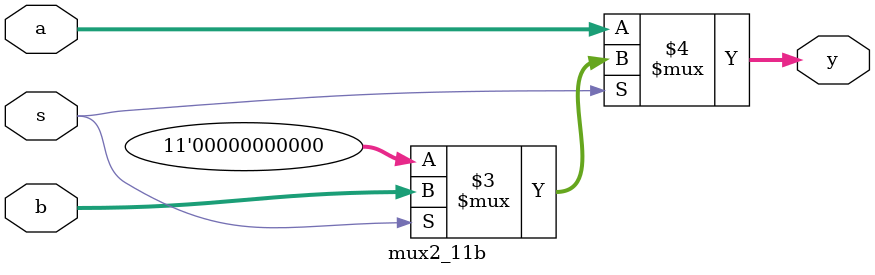
<source format=sv>

module mux2_11b (input [10:0] a, b, input s, output [10:0] y);

    assign y = 	(s == 1'b0) ? a :
		(s == 1'b1) ? b : 11'd0;
    
endmodule

</source>
